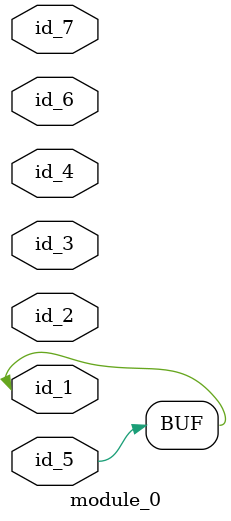
<source format=v>
`timescale 1 ps / 1ps
module module_0 (
    id_1,
    id_2,
    id_3,
    id_4,
    id_5,
    id_6,
    id_7
);
  input id_7;
  inout id_6;
  input id_5;
  inout id_4;
  input id_3;
  input id_2;
  inout id_1;
  assign id_1[1'd0 : 1] = id_5;
endmodule

</source>
